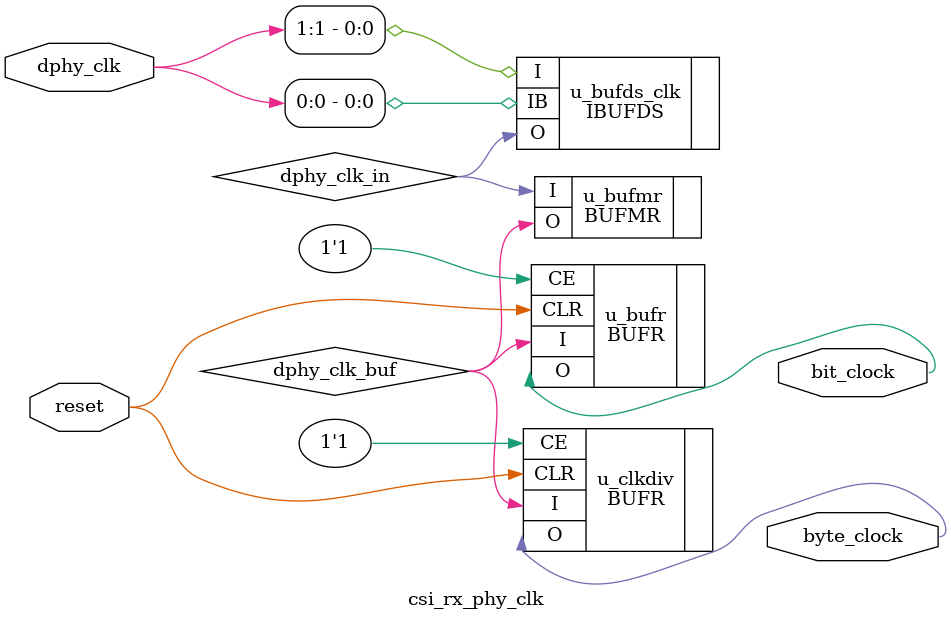
<source format=v>
module csi_rx_phy_clk (
	dphy_clk,
	reset,
	bit_clock,
	byte_clock
);
	input wire [1:0] dphy_clk;
	input wire reset;
	output wire bit_clock;
	output wire byte_clock;
	wire dphy_clk_in;
	wire dphy_clk_buf;
	localparam top_pkg_DPHY_TERM_EN = "TRUE";
	IBUFDS #(
		.DIFF_TERM(top_pkg_DPHY_TERM_EN),
		.IBUF_LOW_PWR("TRUE"),
		.IOSTANDARD("LVDS_25")
	) u_bufds_clk(
		.I(dphy_clk[1]),
		.IB(dphy_clk[0]),
		.O(dphy_clk_in)
	);
	BUFMR u_bufmr(
		.I(dphy_clk_in),
		.O(dphy_clk_buf)
	);
	localparam top_pkg_FPGA_DEV = "7SERIES";
	BUFR #(
		.BUFR_DIVIDE("BYPASS"),
		.SIM_DEVICE(top_pkg_FPGA_DEV)
	) u_bufr(
		.CE(1'b1),
		.CLR(reset),
		.I(dphy_clk_buf),
		.O(bit_clock)
	);
	BUFR #(
		.BUFR_DIVIDE("4"),
		.SIM_DEVICE(top_pkg_FPGA_DEV)
	) u_clkdiv(
		.CE(1'b1),
		.CLR(reset),
		.I(dphy_clk_buf),
		.O(byte_clock)
	);
endmodule

</source>
